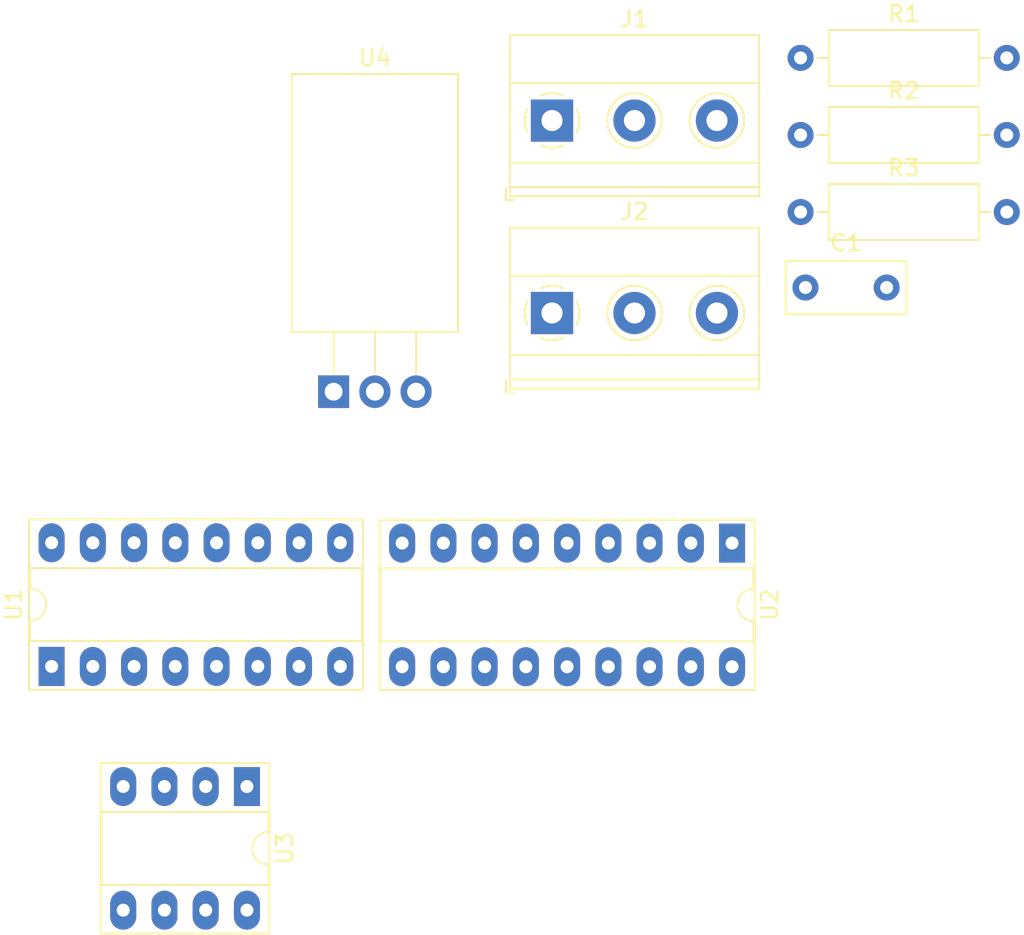
<source format=kicad_pcb>
(kicad_pcb (version 20240108) (generator "pcbnew") (generator_version "8.0")
  (layers (0 "F.Cu" signal) (31 "B.Cu" signal) (34 "B.Paste" user) (35 "F.Paste" user) (36 "B.SilkS" user "B.Silkscreen") (37 "F.SilkS" user "F.Silkscreen") (38 "B.Mask" user) (39 "F.Mask" user) (44 "Edge.Cuts" user))
  (net 0 "")
  (net 16 "/BIT6")
  (net 17 "/BIT0")
  (net 18 "/BIT1")
  (net 19 "/BIT2")
  (net 20 "/BIT7")
  (net 21 "/BIT4")
  (net 22 "/BIT5")
  (net 23 "/BIT3")
  (net 24 "VCC")
  (net 25 "Net-(U1-I0)")
  (net 26 "GNDREF")
  (net 27 "Net-(U1-VREF-)")
  (net 28 "-15V")
  (net 29 "Net-(U1-COMPEN)")
  (net 30 "Net-(U3-+)")
  (net 31 "+15V")
  (net 32 "Net-(R2-Pad1)")
  (footprint "Package_DIP:DIP-16_W7.62mm_Socket_LongPads" (layer "F.Cu") (at 99.97 103.5 90)
    (property "Reference" "U1" (at 3.81 -2.33 90) (layer "F.SilkS"))
    (property "Value" "DAC0808_DIP")
    (fp_line (start 9.06 -1.39) (end -1.44 -1.39) (stroke (width 0.12)) (layer "F.SilkS"))
    (fp_line (start -1.44 -1.39) (end -1.44 19.17) (stroke (width 0.12)) (layer "F.SilkS"))
    (fp_line (start 6.06 -1.33) (end 4.81 -1.33) (stroke (width 0.12)) (layer "F.SilkS"))
    (fp_line (start 2.81 -1.33) (end 1.56 -1.33) (stroke (width 0.12)) (layer "F.SilkS"))
    (fp_line (start 1.56 -1.33) (end 1.56 19.11) (stroke (width 0.12)) (layer "F.SilkS"))
    (fp_line (start 6.06 19.11) (end 6.06 -1.33) (stroke (width 0.12)) (layer "F.SilkS"))
    (fp_line (start 1.56 19.11) (end 6.06 19.11) (stroke (width 0.12)) (layer "F.SilkS"))
    (fp_line (start 9.06 19.17) (end 9.06 -1.39) (stroke (width 0.12)) (layer "F.SilkS"))
    (fp_line (start -1.44 19.17) (end 9.06 19.17) (stroke (width 0.12)) (layer "F.SilkS"))
    (fp_arc (start 4.81 -1.33) (mid 3.81 -0.33) (end 2.81 -1.33) (stroke (width 0.12)) (layer "F.SilkS"))
    (pad "1" thru_hole rect (at 0 0 90) (size 2.4 1.6) (drill 0.8) (layers "*.Cu" "*.Mask"))
    (pad "2" thru_hole oval (at 0 2.54 90) (size 2.4 1.6) (drill 0.8) (layers "*.Cu" "*.Mask") (net 26 "GNDREF"))
    (pad "3" thru_hole oval (at 0 5.08 90) (size 2.4 1.6) (drill 0.8) (layers "*.Cu" "*.Mask") (net 28 "-15V"))
    (pad "4" thru_hole oval (at 0 7.62 90) (size 2.4 1.6) (drill 0.8) (layers "*.Cu" "*.Mask") (net 25 "Net-(U1-I0)"))
    (pad "5" thru_hole oval (at 0 10.16 90) (size 2.4 1.6) (drill 0.8) (layers "*.Cu" "*.Mask") (net 20 "/BIT7"))
    (pad "6" thru_hole oval (at 0 12.7 90) (size 2.4 1.6) (drill 0.8) (layers "*.Cu" "*.Mask") (net 16 "/BIT6"))
    (pad "7" thru_hole oval (at 0 15.24 90) (size 2.4 1.6) (drill 0.8) (layers "*.Cu" "*.Mask") (net 22 "/BIT5"))
    (pad "8" thru_hole oval (at 0 17.78 90) (size 2.4 1.6) (drill 0.8) (layers "*.Cu" "*.Mask") (net 21 "/BIT4"))
    (pad "9" thru_hole oval (at 7.62 17.78 90) (size 2.4 1.6) (drill 0.8) (layers "*.Cu" "*.Mask") (net 23 "/BIT3"))
    (pad "10" thru_hole oval (at 7.62 15.24 90) (size 2.4 1.6) (drill 0.8) (layers "*.Cu" "*.Mask") (net 19 "/BIT2"))
    (pad "11" thru_hole oval (at 7.62 12.7 90) (size 2.4 1.6) (drill 0.8) (layers "*.Cu" "*.Mask") (net 18 "/BIT1"))
    (pad "12" thru_hole oval (at 7.62 10.16 90) (size 2.4 1.6) (drill 0.8) (layers "*.Cu" "*.Mask") (net 17 "/BIT0"))
    (pad "13" thru_hole oval (at 7.62 7.62 90) (size 2.4 1.6) (drill 0.8) (layers "*.Cu" "*.Mask") (net 24 "VCC"))
    (pad "14" thru_hole oval (at 7.62 5.08 90) (size 2.4 1.6) (drill 0.8) (layers "*.Cu" "*.Mask"))
    (pad "15" thru_hole oval (at 7.62 2.54 90) (size 2.4 1.6) (drill 0.8) (layers "*.Cu" "*.Mask") (net 27 "Net-(U1-VREF-)"))
    (pad "16" thru_hole oval (at 7.62 0 90) (size 2.4 1.6) (drill 0.8) (layers "*.Cu" "*.Mask") (net 29 "Net-(U1-COMPEN)"))
  )
  (footprint "TerminalBlock_Phoenix:TerminalBlock_Phoenix_MKDS-1,5-3-5.08_1x03_P5.08mm_Horizontal" (layer "F.Cu") (at 130.79 81.72)
    (property "Reference" "J2" (at 5.08 -6.26 0) (layer "F.SilkS"))
    (property "Value" "Conn_01x03_Socket")
    (fp_line (start -2.84 4.16) (end -2.84 4.9) (stroke (width 0.12)) (layer "F.SilkS"))
    (fp_line (start -2.84 4.9) (end -2.34 4.9) (stroke (width 0.12)) (layer "F.SilkS"))
    (fp_line (start -2.6 -5.261) (end -2.6 4.66) (stroke (width 0.12)) (layer "F.SilkS"))
    (fp_line (start -2.6 -5.261) (end 12.76 -5.261) (stroke (width 0.12)) (layer "F.SilkS"))
    (fp_line (start -2.6 -2.301) (end 12.76 -2.301) (stroke (width 0.12)) (layer "F.SilkS"))
    (fp_line (start -2.6 2.6) (end 12.76 2.6) (stroke (width 0.12)) (layer "F.SilkS"))
    (fp_line (start -2.6 4.1) (end 12.76 4.1) (stroke (width 0.12)) (layer "F.SilkS"))
    (fp_line (start -2.6 4.66) (end 12.76 4.66) (stroke (width 0.12)) (layer "F.SilkS"))
    (fp_line (start 3.853 1.023) (end 3.806 1.069) (stroke (width 0.12)) (layer "F.SilkS"))
    (fp_line (start 4.046 1.239) (end 4.011 1.274) (stroke (width 0.12)) (layer "F.SilkS"))
    (fp_line (start 6.15 -1.275) (end 6.115 -1.239) (stroke (width 0.12)) (layer "F.SilkS"))
    (fp_line (start 6.355 -1.069) (end 6.308 -1.023) (stroke (width 0.12)) (layer "F.SilkS"))
    (fp_line (start 8.933 1.023) (end 8.886 1.069) (stroke (width 0.12)) (layer "F.SilkS"))
    (fp_line (start 9.126 1.239) (end 9.091 1.274) (stroke (width 0.12)) (layer "F.SilkS"))
    (fp_line (start 11.23 -1.275) (end 11.195 -1.239) (stroke (width 0.12)) (layer "F.SilkS"))
    (fp_line (start 11.435 -1.069) (end 11.388 -1.023) (stroke (width 0.12)) (layer "F.SilkS"))
    (fp_line (start 12.76 -5.261) (end 12.76 4.66) (stroke (width 0.12)) (layer "F.SilkS"))
    (fp_arc (start -1.535427 0.683042) (mid -1.680501 -0.000524) (end -1.535 -0.684) (stroke (width 0.12)) (layer "F.SilkS"))
    (fp_arc (start -0.683042 -1.535427) (mid 0.000524 -1.680501) (end 0.684 -1.535) (stroke (width 0.12)) (layer "F.SilkS"))
    (fp_arc (start 0.028805 1.680253) (mid -0.335551 1.646659) (end -0.684 1.535) (stroke (width 0.12)) (layer "F.SilkS"))
    (fp_arc (start 0.683318 1.534756) (mid 0.349292 1.643288) (end 0 1.68) (stroke (width 0.12)) (layer "F.SilkS"))
    (fp_arc (start 1.535427 -0.683042) (mid 1.680501 0.000524) (end 1.535 0.684) (stroke (width 0.12)) (layer "F.SilkS"))
    (fp_circle (center 5.08 0) (end 6.76 0) (stroke (width 0.12)) (fill none) (layer "F.SilkS"))
    (fp_circle (center 10.16 0) (end 11.84 0) (stroke (width 0.12)) (fill none) (layer "F.SilkS"))
    (pad "1" thru_hole rect (at 0 0) (size 2.6 2.6) (drill 1.3) (layers "*.Cu" "*.Mask"))
    (pad "2" thru_hole circle (at 5.08 0) (size 2.6 2.6) (drill 1.3) (layers "*.Cu" "*.Mask"))
    (pad "3" thru_hole circle (at 10.16 0) (size 2.6 2.6) (drill 1.3) (layers "*.Cu" "*.Mask"))
  )
  (footprint "Resistor_THT:R_Axial_DIN0309_L9.0mm_D3.2mm_P12.70mm_Horizontal" (layer "F.Cu") (at 146.1 70.75)
    (property "Reference" "R2" (at 6.35 -2.72 0) (layer "F.SilkS"))
    (property "Value" "R")
    (fp_line (start 1.04 0) (end 1.73 0) (stroke (width 0.12)) (layer "F.SilkS"))
    (fp_line (start 1.73 -1.72) (end 1.73 1.72) (stroke (width 0.12)) (layer "F.SilkS"))
    (fp_line (start 1.73 1.72) (end 10.97 1.72) (stroke (width 0.12)) (layer "F.SilkS"))
    (fp_line (start 10.97 -1.72) (end 1.73 -1.72) (stroke (width 0.12)) (layer "F.SilkS"))
    (fp_line (start 10.97 1.72) (end 10.97 -1.72) (stroke (width 0.12)) (layer "F.SilkS"))
    (fp_line (start 11.66 0) (end 10.97 0) (stroke (width 0.12)) (layer "F.SilkS"))
    (pad "1" thru_hole circle (at 0 0) (size 1.6 1.6) (drill 0.8) (layers "*.Cu" "*.Mask") (net 32 "Net-(R2-Pad1)"))
    (pad "2" thru_hole oval (at 12.7 0) (size 1.6 1.6) (drill 0.8) (layers "*.Cu" "*.Mask") (net 26 "GNDREF"))
  )
  (footprint "Package_TO_SOT_THT:TO-220-3_Horizontal_TabDown" (layer "F.Cu") (at 117.34 86.57)
    (property "Reference" "U4" (at 2.54 -20.58 0) (layer "F.SilkS"))
    (property "Value" "LM7805_TO220")
    (fp_line (start -2.58 -19.58) (end -2.58 -3.69) (stroke (width 0.12)) (layer "F.SilkS"))
    (fp_line (start -2.58 -19.58) (end 7.66 -19.58) (stroke (width 0.12)) (layer "F.SilkS"))
    (fp_line (start -2.58 -3.69) (end 7.66 -3.69) (stroke (width 0.12)) (layer "F.SilkS"))
    (fp_line (start 0 -3.69) (end 0 -1.15) (stroke (width 0.12)) (layer "F.SilkS"))
    (fp_line (start 2.54 -3.69) (end 2.54 -1.15) (stroke (width 0.12)) (layer "F.SilkS"))
    (fp_line (start 5.08 -3.69) (end 5.08 -1.15) (stroke (width 0.12)) (layer "F.SilkS"))
    (fp_line (start 7.66 -19.58) (end 7.66 -3.69) (stroke (width 0.12)) (layer "F.SilkS"))
    (pad "" np_thru_hole oval (at 2.54 -16.66) (size 3.5 3.5) (drill 3.5) (layers "*.Cu" "*.Mask"))
    (pad "1" thru_hole rect (at 0 0) (size 1.905 2) (drill 1.1) (layers "*.Cu" "*.Mask"))
    (pad "2" thru_hole oval (at 2.54 0) (size 1.905 2) (drill 1.1) (layers "*.Cu" "*.Mask") (net 26 "GNDREF"))
    (pad "3" thru_hole oval (at 5.08 0) (size 1.905 2) (drill 1.1) (layers "*.Cu" "*.Mask"))
  )
  (footprint "Resistor_THT:R_Axial_DIN0309_L9.0mm_D3.2mm_P12.70mm_Horizontal" (layer "F.Cu") (at 146.1 75.5)
    (property "Reference" "R3" (at 6.35 -2.72 0) (layer "F.SilkS"))
    (property "Value" "R")
    (fp_line (start 1.04 0) (end 1.73 0) (stroke (width 0.12)) (layer "F.SilkS"))
    (fp_line (start 1.73 -1.72) (end 1.73 1.72) (stroke (width 0.12)) (layer "F.SilkS"))
    (fp_line (start 1.73 1.72) (end 10.97 1.72) (stroke (width 0.12)) (layer "F.SilkS"))
    (fp_line (start 10.97 -1.72) (end 1.73 -1.72) (stroke (width 0.12)) (layer "F.SilkS"))
    (fp_line (start 10.97 1.72) (end 10.97 -1.72) (stroke (width 0.12)) (layer "F.SilkS"))
    (fp_line (start 11.66 0) (end 10.97 0) (stroke (width 0.12)) (layer "F.SilkS"))
    (pad "1" thru_hole circle (at 0 0) (size 1.6 1.6) (drill 0.8) (layers "*.Cu" "*.Mask") (net 25 "Net-(U1-I0)"))
    (pad "2" thru_hole oval (at 12.7 0) (size 1.6 1.6) (drill 0.8) (layers "*.Cu" "*.Mask") (net 32 "Net-(R2-Pad1)"))
  )
  (footprint "Package_DIP:DIP-8_W7.62mm_Socket_LongPads" (layer "F.Cu") (at 112 110.9 -90)
    (property "Reference" "U3" (at 3.81 -2.33 90) (layer "F.SilkS"))
    (property "Value" "LM741")
    (fp_line (start -1.44 9.01) (end 9.06 9.01) (stroke (width 0.12)) (layer "F.SilkS"))
    (fp_line (start 9.06 9.01) (end 9.06 -1.39) (stroke (width 0.12)) (layer "F.SilkS"))
    (fp_line (start 1.56 8.95) (end 6.06 8.95) (stroke (width 0.12)) (layer "F.SilkS"))
    (fp_line (start 6.06 8.95) (end 6.06 -1.33) (stroke (width 0.12)) (layer "F.SilkS"))
    (fp_line (start 1.56 -1.33) (end 1.56 8.95) (stroke (width 0.12)) (layer "F.SilkS"))
    (fp_line (start 2.81 -1.33) (end 1.56 -1.33) (stroke (width 0.12)) (layer "F.SilkS"))
    (fp_line (start 6.06 -1.33) (end 4.81 -1.33) (stroke (width 0.12)) (layer "F.SilkS"))
    (fp_line (start -1.44 -1.39) (end -1.44 9.01) (stroke (width 0.12)) (layer "F.SilkS"))
    (fp_line (start 9.06 -1.39) (end -1.44 -1.39) (stroke (width 0.12)) (layer "F.SilkS"))
    (fp_arc (start 4.81 -1.33) (mid 3.81 -0.33) (end 2.81 -1.33) (stroke (width 0.12)) (layer "F.SilkS"))
    (pad "1" thru_hole rect (at 0 0 270) (size 2.4 1.6) (drill 0.8) (layers "*.Cu" "*.Mask"))
    (pad "2" thru_hole oval (at 0 2.54 270) (size 2.4 1.6) (drill 0.8) (layers "*.Cu" "*.Mask") (net 25 "Net-(U1-I0)"))
    (pad "3" thru_hole oval (at 0 5.08 270) (size 2.4 1.6) (drill 0.8) (layers "*.Cu" "*.Mask") (net 30 "Net-(U3-+)"))
    (pad "4" thru_hole oval (at 0 7.62 270) (size 2.4 1.6) (drill 0.8) (layers "*.Cu" "*.Mask") (net 28 "-15V"))
    (pad "5" thru_hole oval (at 7.62 7.62 270) (size 2.4 1.6) (drill 0.8) (layers "*.Cu" "*.Mask"))
    (pad "6" thru_hole oval (at 7.62 5.08 270) (size 2.4 1.6) (drill 0.8) (layers "*.Cu" "*.Mask") (net 32 "Net-(R2-Pad1)"))
    (pad "7" thru_hole oval (at 7.62 2.54 270) (size 2.4 1.6) (drill 0.8) (layers "*.Cu" "*.Mask") (net 31 "+15V"))
    (pad "8" thru_hole oval (at 7.62 0 270) (size 2.4 1.6) (drill 0.8) (layers "*.Cu" "*.Mask"))
  )
  (footprint "Resistor_THT:R_Axial_DIN0309_L9.0mm_D3.2mm_P12.70mm_Horizontal" (layer "F.Cu") (at 146.1 66)
    (property "Reference" "R1" (at 6.35 -2.72 0) (layer "F.SilkS"))
    (property "Value" "R")
    (fp_line (start 1.04 0) (end 1.73 0) (stroke (width 0.12)) (layer "F.SilkS"))
    (fp_line (start 1.73 -1.72) (end 1.73 1.72) (stroke (width 0.12)) (layer "F.SilkS"))
    (fp_line (start 1.73 1.72) (end 10.97 1.72) (stroke (width 0.12)) (layer "F.SilkS"))
    (fp_line (start 10.97 -1.72) (end 1.73 -1.72) (stroke (width 0.12)) (layer "F.SilkS"))
    (fp_line (start 10.97 1.72) (end 10.97 -1.72) (stroke (width 0.12)) (layer "F.SilkS"))
    (fp_line (start 11.66 0) (end 10.97 0) (stroke (width 0.12)) (layer "F.SilkS"))
    (pad "1" thru_hole circle (at 0 0) (size 1.6 1.6) (drill 0.8) (layers "*.Cu" "*.Mask") (net 27 "Net-(U1-VREF-)"))
    (pad "2" thru_hole oval (at 12.7 0) (size 1.6 1.6) (drill 0.8) (layers "*.Cu" "*.Mask") (net 30 "Net-(U3-+)"))
  )
  (footprint "Package_DIP:DIP-18_W7.62mm_Socket_LongPads" (layer "F.Cu") (at 141.88 95.9 -90)
    (property "Reference" "U2" (at 3.81 -2.33 90) (layer "F.SilkS"))
    (property "Value" "PIC16F648A-IP")
    (fp_line (start -1.44 21.71) (end 9.06 21.71) (stroke (width 0.12)) (layer "F.SilkS"))
    (fp_line (start 9.06 21.71) (end 9.06 -1.39) (stroke (width 0.12)) (layer "F.SilkS"))
    (fp_line (start 1.56 21.65) (end 6.06 21.65) (stroke (width 0.12)) (layer "F.SilkS"))
    (fp_line (start 6.06 21.65) (end 6.06 -1.33) (stroke (width 0.12)) (layer "F.SilkS"))
    (fp_line (start 1.56 -1.33) (end 1.56 21.65) (stroke (width 0.12)) (layer "F.SilkS"))
    (fp_line (start 2.81 -1.33) (end 1.56 -1.33) (stroke (width 0.12)) (layer "F.SilkS"))
    (fp_line (start 6.06 -1.33) (end 4.81 -1.33) (stroke (width 0.12)) (layer "F.SilkS"))
    (fp_line (start -1.44 -1.39) (end -1.44 21.71) (stroke (width 0.12)) (layer "F.SilkS"))
    (fp_line (start 9.06 -1.39) (end -1.44 -1.39) (stroke (width 0.12)) (layer "F.SilkS"))
    (fp_arc (start 4.81 -1.33) (mid 3.81 -0.33) (end 2.81 -1.33) (stroke (width 0.12)) (layer "F.SilkS"))
    (pad "1" thru_hole rect (at 0 0 270) (size 2.4 1.6) (drill 0.8) (layers "*.Cu" "*.Mask"))
    (pad "2" thru_hole oval (at 0 2.54 270) (size 2.4 1.6) (drill 0.8) (layers "*.Cu" "*.Mask"))
    (pad "3" thru_hole oval (at 0 5.08 270) (size 2.4 1.6) (drill 0.8) (layers "*.Cu" "*.Mask"))
    (pad "4" thru_hole oval (at 0 7.62 270) (size 2.4 1.6) (drill 0.8) (layers "*.Cu" "*.Mask"))
    (pad "5" thru_hole oval (at 0 10.16 270) (size 2.4 1.6) (drill 0.8) (layers "*.Cu" "*.Mask") (net 26 "GNDREF"))
    (pad "6" thru_hole oval (at 0 12.7 270) (size 2.4 1.6) (drill 0.8) (layers "*.Cu" "*.Mask") (net 17 "/BIT0"))
    (pad "7" thru_hole oval (at 0 15.24 270) (size 2.4 1.6) (drill 0.8) (layers "*.Cu" "*.Mask") (net 18 "/BIT1"))
    (pad "8" thru_hole oval (at 0 17.78 270) (size 2.4 1.6) (drill 0.8) (layers "*.Cu" "*.Mask") (net 19 "/BIT2"))
    (pad "9" thru_hole oval (at 0 20.32 270) (size 2.4 1.6) (drill 0.8) (layers "*.Cu" "*.Mask") (net 23 "/BIT3"))
    (pad "10" thru_hole oval (at 7.62 20.32 270) (size 2.4 1.6) (drill 0.8) (layers "*.Cu" "*.Mask") (net 21 "/BIT4"))
    (pad "11" thru_hole oval (at 7.62 17.78 270) (size 2.4 1.6) (drill 0.8) (layers "*.Cu" "*.Mask") (net 22 "/BIT5"))
    (pad "12" thru_hole oval (at 7.62 15.24 270) (size 2.4 1.6) (drill 0.8) (layers "*.Cu" "*.Mask") (net 16 "/BIT6"))
    (pad "13" thru_hole oval (at 7.62 12.7 270) (size 2.4 1.6) (drill 0.8) (layers "*.Cu" "*.Mask") (net 20 "/BIT7"))
    (pad "14" thru_hole oval (at 7.62 10.16 270) (size 2.4 1.6) (drill 0.8) (layers "*.Cu" "*.Mask") (net 24 "VCC"))
    (pad "15" thru_hole oval (at 7.62 7.62 270) (size 2.4 1.6) (drill 0.8) (layers "*.Cu" "*.Mask"))
    (pad "16" thru_hole oval (at 7.62 5.08 270) (size 2.4 1.6) (drill 0.8) (layers "*.Cu" "*.Mask"))
    (pad "17" thru_hole oval (at 7.62 2.54 270) (size 2.4 1.6) (drill 0.8) (layers "*.Cu" "*.Mask"))
    (pad "18" thru_hole oval (at 7.62 0 270) (size 2.4 1.6) (drill 0.8) (layers "*.Cu" "*.Mask"))
  )
  (footprint "TerminalBlock_Phoenix:TerminalBlock_Phoenix_MKDS-1,5-3-5.08_1x03_P5.08mm_Horizontal" (layer "F.Cu") (at 130.79 69.86)
    (property "Reference" "J1" (at 5.08 -6.26 0) (layer "F.SilkS"))
    (property "Value" "Conn_01x03_Socket")
    (fp_line (start -2.84 4.16) (end -2.84 4.9) (stroke (width 0.12)) (layer "F.SilkS"))
    (fp_line (start -2.84 4.9) (end -2.34 4.9) (stroke (width 0.12)) (layer "F.SilkS"))
    (fp_line (start -2.6 -5.261) (end -2.6 4.66) (stroke (width 0.12)) (layer "F.SilkS"))
    (fp_line (start -2.6 -5.261) (end 12.76 -5.261) (stroke (width 0.12)) (layer "F.SilkS"))
    (fp_line (start -2.6 -2.301) (end 12.76 -2.301) (stroke (width 0.12)) (layer "F.SilkS"))
    (fp_line (start -2.6 2.6) (end 12.76 2.6) (stroke (width 0.12)) (layer "F.SilkS"))
    (fp_line (start -2.6 4.1) (end 12.76 4.1) (stroke (width 0.12)) (layer "F.SilkS"))
    (fp_line (start -2.6 4.66) (end 12.76 4.66) (stroke (width 0.12)) (layer "F.SilkS"))
    (fp_line (start 3.853 1.023) (end 3.806 1.069) (stroke (width 0.12)) (layer "F.SilkS"))
    (fp_line (start 4.046 1.239) (end 4.011 1.274) (stroke (width 0.12)) (layer "F.SilkS"))
    (fp_line (start 6.15 -1.275) (end 6.115 -1.239) (stroke (width 0.12)) (layer "F.SilkS"))
    (fp_line (start 6.355 -1.069) (end 6.308 -1.023) (stroke (width 0.12)) (layer "F.SilkS"))
    (fp_line (start 8.933 1.023) (end 8.886 1.069) (stroke (width 0.12)) (layer "F.SilkS"))
    (fp_line (start 9.126 1.239) (end 9.091 1.274) (stroke (width 0.12)) (layer "F.SilkS"))
    (fp_line (start 11.23 -1.275) (end 11.195 -1.239) (stroke (width 0.12)) (layer "F.SilkS"))
    (fp_line (start 11.435 -1.069) (end 11.388 -1.023) (stroke (width 0.12)) (layer "F.SilkS"))
    (fp_line (start 12.76 -5.261) (end 12.76 4.66) (stroke (width 0.12)) (layer "F.SilkS"))
    (fp_arc (start -1.535427 0.683042) (mid -1.680501 -0.000524) (end -1.535 -0.684) (stroke (width 0.12)) (layer "F.SilkS"))
    (fp_arc (start -0.683042 -1.535427) (mid 0.000524 -1.680501) (end 0.684 -1.535) (stroke (width 0.12)) (layer "F.SilkS"))
    (fp_arc (start 0.028805 1.680253) (mid -0.335551 1.646659) (end -0.684 1.535) (stroke (width 0.12)) (layer "F.SilkS"))
    (fp_arc (start 0.683318 1.534756) (mid 0.349292 1.643288) (end 0 1.68) (stroke (width 0.12)) (layer "F.SilkS"))
    (fp_arc (start 1.535427 -0.683042) (mid 1.680501 0.000524) (end 1.535 0.684) (stroke (width 0.12)) (layer "F.SilkS"))
    (fp_circle (center 5.08 0) (end 6.76 0) (stroke (width 0.12)) (fill none) (layer "F.SilkS"))
    (fp_circle (center 10.16 0) (end 11.84 0) (stroke (width 0.12)) (fill none) (layer "F.SilkS"))
    (pad "1" thru_hole rect (at 0 0) (size 2.6 2.6) (drill 1.3) (layers "*.Cu" "*.Mask"))
    (pad "2" thru_hole circle (at 5.08 0) (size 2.6 2.6) (drill 1.3) (layers "*.Cu" "*.Mask"))
    (pad "3" thru_hole circle (at 10.16 0) (size 2.6 2.6) (drill 1.3) (layers "*.Cu" "*.Mask"))
  )
  (footprint "Capacitor_THT:C_Rect_L7.2mm_W3.0mm_P5.00mm_FKS2_FKP2_MKS2_MKP2" (layer "F.Cu") (at 146.4 80.15)
    (property "Reference" "C1" (at 2.5 -2.75 0) (layer "F.SilkS"))
    (property "Value" "C")
    (fp_line (start -1.22 -1.62) (end -1.22 1.62) (stroke (width 0.12)) (layer "F.SilkS"))
    (fp_line (start -1.22 -1.62) (end 6.22 -1.62) (stroke (width 0.12)) (layer "F.SilkS"))
    (fp_line (start -1.22 1.62) (end 6.22 1.62) (stroke (width 0.12)) (layer "F.SilkS"))
    (fp_line (start 6.22 -1.62) (end 6.22 1.62) (stroke (width 0.12)) (layer "F.SilkS"))
    (pad "1" thru_hole circle (at 0 0) (size 1.6 1.6) (drill 0.8) (layers "*.Cu" "*.Mask") (net 29 "Net-(U1-COMPEN)"))
    (pad "2" thru_hole circle (at 5 0) (size 1.6 1.6) (drill 0.8) (layers "*.Cu" "*.Mask") (net 28 "-15V"))
  )
)
</source>
